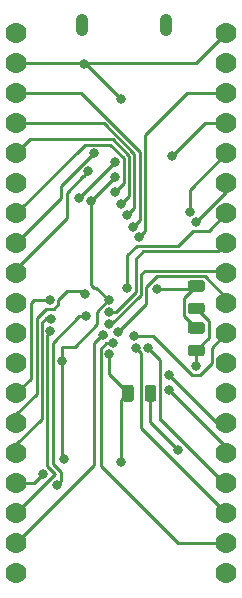
<source format=gbr>
%TF.GenerationSoftware,KiCad,Pcbnew,(5.1.10)-1*%
%TF.CreationDate,2022-01-04T20:26:20-05:00*%
%TF.ProjectId,STM32G441DevBoard,53544d33-3247-4343-9431-446576426f61,rev?*%
%TF.SameCoordinates,Original*%
%TF.FileFunction,Copper,L2,Bot*%
%TF.FilePolarity,Positive*%
%FSLAX46Y46*%
G04 Gerber Fmt 4.6, Leading zero omitted, Abs format (unit mm)*
G04 Created by KiCad (PCBNEW (5.1.10)-1) date 2022-01-04 20:26:20*
%MOMM*%
%LPD*%
G01*
G04 APERTURE LIST*
%TA.AperFunction,ComponentPad*%
%ADD10C,1.775000*%
%TD*%
%TA.AperFunction,ComponentPad*%
%ADD11O,1.050000X1.900000*%
%TD*%
%TA.AperFunction,ViaPad*%
%ADD12C,0.800000*%
%TD*%
%TA.AperFunction,Conductor*%
%ADD13C,0.250000*%
%TD*%
G04 APERTURE END LIST*
D10*
%TO.P,3v3,1*%
%TO.N,+3V3*%
X43942000Y-72390000D03*
%TD*%
%TO.P,C13,1*%
%TO.N,C13*%
X43942000Y-115570000D03*
%TD*%
D11*
%TO.P,J1,6*%
%TO.N,Net-(J1-Pad6)*%
X49511000Y-71698000D03*
X56661000Y-71698000D03*
%TD*%
D10*
%TO.P,GND,1*%
%TO.N,GND*%
X61722000Y-72390000D03*
%TD*%
%TO.P,GND,1*%
%TO.N,GND*%
X61722000Y-118110000D03*
%TD*%
%TO.P,GND,1*%
%TO.N,GND*%
X43942000Y-74930000D03*
%TD*%
%TO.P,C26,2*%
%TO.N,GND*%
%TA.AperFunction,SMDPad,CuDef*%
G36*
G01*
X54806000Y-103345000D02*
X54806000Y-102395000D01*
G75*
G02*
X55056000Y-102145000I250000J0D01*
G01*
X55556000Y-102145000D01*
G75*
G02*
X55806000Y-102395000I0J-250000D01*
G01*
X55806000Y-103345000D01*
G75*
G02*
X55556000Y-103595000I-250000J0D01*
G01*
X55056000Y-103595000D01*
G75*
G02*
X54806000Y-103345000I0J250000D01*
G01*
G37*
%TD.AperFunction*%
%TO.P,C26,1*%
%TO.N,NRST*%
%TA.AperFunction,SMDPad,CuDef*%
G36*
G01*
X52906000Y-103345000D02*
X52906000Y-102395000D01*
G75*
G02*
X53156000Y-102145000I250000J0D01*
G01*
X53656000Y-102145000D01*
G75*
G02*
X53906000Y-102395000I0J-250000D01*
G01*
X53906000Y-103345000D01*
G75*
G02*
X53656000Y-103595000I-250000J0D01*
G01*
X53156000Y-103595000D01*
G75*
G02*
X52906000Y-103345000I0J250000D01*
G01*
G37*
%TD.AperFunction*%
%TD*%
%TO.P,C14,2*%
%TO.N,GND*%
%TA.AperFunction,SMDPad,CuDef*%
G36*
G01*
X58707000Y-95192000D02*
X59657000Y-95192000D01*
G75*
G02*
X59907000Y-95442000I0J-250000D01*
G01*
X59907000Y-95942000D01*
G75*
G02*
X59657000Y-96192000I-250000J0D01*
G01*
X58707000Y-96192000D01*
G75*
G02*
X58457000Y-95942000I0J250000D01*
G01*
X58457000Y-95442000D01*
G75*
G02*
X58707000Y-95192000I250000J0D01*
G01*
G37*
%TD.AperFunction*%
%TO.P,C14,1*%
%TO.N,+3V3*%
%TA.AperFunction,SMDPad,CuDef*%
G36*
G01*
X58707000Y-93292000D02*
X59657000Y-93292000D01*
G75*
G02*
X59907000Y-93542000I0J-250000D01*
G01*
X59907000Y-94042000D01*
G75*
G02*
X59657000Y-94292000I-250000J0D01*
G01*
X58707000Y-94292000D01*
G75*
G02*
X58457000Y-94042000I0J250000D01*
G01*
X58457000Y-93542000D01*
G75*
G02*
X58707000Y-93292000I250000J0D01*
G01*
G37*
%TD.AperFunction*%
%TD*%
%TO.P,C11,2*%
%TO.N,GND*%
%TA.AperFunction,SMDPad,CuDef*%
G36*
G01*
X58707000Y-98748000D02*
X59657000Y-98748000D01*
G75*
G02*
X59907000Y-98998000I0J-250000D01*
G01*
X59907000Y-99498000D01*
G75*
G02*
X59657000Y-99748000I-250000J0D01*
G01*
X58707000Y-99748000D01*
G75*
G02*
X58457000Y-99498000I0J250000D01*
G01*
X58457000Y-98998000D01*
G75*
G02*
X58707000Y-98748000I250000J0D01*
G01*
G37*
%TD.AperFunction*%
%TO.P,C11,1*%
%TO.N,+3V3*%
%TA.AperFunction,SMDPad,CuDef*%
G36*
G01*
X58707000Y-96848000D02*
X59657000Y-96848000D01*
G75*
G02*
X59907000Y-97098000I0J-250000D01*
G01*
X59907000Y-97598000D01*
G75*
G02*
X59657000Y-97848000I-250000J0D01*
G01*
X58707000Y-97848000D01*
G75*
G02*
X58457000Y-97598000I0J250000D01*
G01*
X58457000Y-97098000D01*
G75*
G02*
X58707000Y-96848000I250000J0D01*
G01*
G37*
%TD.AperFunction*%
%TD*%
%TO.P,B15,1*%
%TO.N,B15*%
X43942000Y-77470000D03*
%TD*%
%TO.P,B14,1*%
%TO.N,B14*%
X61722000Y-77470000D03*
%TD*%
%TO.P,B13,1*%
%TO.N,B13*%
X61722000Y-80010000D03*
%TD*%
%TO.P,B12,1*%
%TO.N,B12*%
X61722000Y-82550000D03*
%TD*%
%TO.P,B11,1*%
%TO.N,B11*%
X61722000Y-85090000D03*
%TD*%
%TO.P,B10,1*%
%TO.N,B10*%
X61722000Y-87630000D03*
%TD*%
%TO.P,B9,1*%
%TO.N,B9*%
X43942000Y-85090000D03*
%TD*%
%TO.P,B7,1*%
%TO.N,B7*%
X43942000Y-113030000D03*
%TD*%
%TO.P,B6,1*%
%TO.N,B6*%
X43942000Y-110490000D03*
%TD*%
%TO.P,B5,1*%
%TO.N,B5*%
X43942000Y-107950000D03*
%TD*%
%TO.P,B4,1*%
%TO.N,B4*%
X43942000Y-105410000D03*
%TD*%
%TO.P,B3,1*%
%TO.N,B3*%
X43942000Y-102870000D03*
%TD*%
%TO.P,B2,1*%
%TO.N,B2*%
X61722000Y-90170000D03*
%TD*%
%TO.P,B1,1*%
%TO.N,B1*%
X61722000Y-92710000D03*
%TD*%
%TO.P,B0,1*%
%TO.N,B0*%
X61722000Y-95250000D03*
%TD*%
%TO.P,A15,1*%
%TO.N,A15*%
X43942000Y-100330000D03*
%TD*%
%TO.P,A14,1*%
%TO.N,A14*%
X43942000Y-97790000D03*
%TD*%
%TO.P,A13,1*%
%TO.N,A13*%
X43942000Y-95250000D03*
%TD*%
%TO.P,A12,1*%
%TO.N,A12*%
X43942000Y-92710000D03*
%TD*%
%TO.P,A11,1*%
%TO.N,A11*%
X43942000Y-90170000D03*
%TD*%
%TO.P,A10,1*%
%TO.N,A10*%
X43942000Y-87630000D03*
%TD*%
%TO.P,A9,1*%
%TO.N,A9*%
X43942000Y-82550000D03*
%TD*%
%TO.P,A8,1*%
%TO.N,A8*%
X43942000Y-80010000D03*
%TD*%
%TO.P,A7,1*%
%TO.N,A7*%
X61722000Y-97790000D03*
%TD*%
%TO.P,A6,1*%
%TO.N,A6*%
X61722000Y-100330000D03*
%TD*%
%TO.P,A5,1*%
%TO.N,A5*%
X61722000Y-102870000D03*
%TD*%
%TO.P,A4,1*%
%TO.N,A4*%
X61722000Y-105410000D03*
%TD*%
%TO.P,A3,1*%
%TO.N,A3*%
X61722000Y-107950000D03*
%TD*%
%TO.P,A2,1*%
%TO.N,A2*%
X61722000Y-110490000D03*
%TD*%
%TO.P,A1,1*%
%TO.N,A1*%
X61722000Y-113030000D03*
%TD*%
%TO.P,A0,1*%
%TO.N,A0*%
X61722000Y-115570000D03*
%TD*%
%TO.P,5V,1*%
%TO.N,+5V*%
X61722000Y-74930000D03*
%TD*%
%TO.P,3v3,1*%
%TO.N,+3V3*%
X43942000Y-118110000D03*
%TD*%
D12*
%TO.N,+3V3*%
X52324000Y-83312000D03*
X49276000Y-86360000D03*
X55880000Y-94045001D03*
%TO.N,A0*%
X52132228Y-98619315D03*
%TO.N,A1*%
X54069007Y-99020616D03*
%TO.N,A2*%
X55102003Y-99060000D03*
%TO.N,A3*%
X56896000Y-102616000D03*
%TO.N,A4*%
X56896000Y-101346000D03*
%TO.N,A7*%
X53872988Y-98019011D03*
%TO.N,A8*%
X53307000Y-87807037D03*
%TO.N,A9*%
X52806999Y-86868000D03*
%TO.N,A10*%
X52307000Y-85852000D03*
%TO.N,A11*%
X50546000Y-82550000D03*
%TO.N,A12*%
X50042653Y-84078653D03*
%TO.N,B0*%
X52569076Y-97719778D03*
%TO.N,B1*%
X51816000Y-97028000D03*
%TO.N,B2*%
X51816000Y-96012000D03*
%TO.N,B3*%
X46779521Y-94996000D03*
%TO.N,B4*%
X49784000Y-94488000D03*
%TO.N,B5*%
X46848379Y-96588858D03*
%TO.N,B6*%
X49850938Y-96359499D03*
X47375653Y-110621653D03*
X46218694Y-109728000D03*
%TO.N,B7*%
X46837020Y-97588795D03*
%TO.N,B10*%
X53340000Y-93980000D03*
%TO.N,B11*%
X59182000Y-88392000D03*
%TO.N,B12*%
X58627299Y-87559949D03*
%TO.N,B13*%
X57150000Y-82804000D03*
%TO.N,B14*%
X54307001Y-89664952D03*
%TO.N,B15*%
X53807000Y-88753208D03*
%TO.N,GND*%
X59182000Y-100584000D03*
X52832000Y-77978000D03*
X50292000Y-86614000D03*
X57658000Y-107696000D03*
X52324000Y-84582000D03*
X51779000Y-95012683D03*
X47841347Y-100165347D03*
X48006000Y-108458000D03*
X49694979Y-74990587D03*
%TO.N,NRST*%
X51816000Y-99568000D03*
X52832000Y-108712000D03*
%TO.N,C13*%
X51269362Y-97958021D03*
%TD*%
D13*
%TO.N,+3V3*%
X52324000Y-83312000D02*
X49276000Y-86360000D01*
X58131990Y-94842010D02*
X59182000Y-93792000D01*
X58131990Y-96297990D02*
X58131990Y-94842010D01*
X59182000Y-97348000D02*
X58131990Y-96297990D01*
X58928999Y-94045001D02*
X59182000Y-93792000D01*
X55880000Y-94045001D02*
X58928999Y-94045001D01*
%TO.N,A0*%
X51566543Y-98619315D02*
X52132228Y-98619315D01*
X51090999Y-99094859D02*
X51566543Y-98619315D01*
X51090999Y-109002999D02*
X51090999Y-99094859D01*
X57658000Y-115570000D02*
X51090999Y-109002999D01*
X61722000Y-115570000D02*
X57658000Y-115570000D01*
%TO.N,A1*%
X54469006Y-99420615D02*
X54469006Y-105777006D01*
X54469006Y-105777006D02*
X61722000Y-113030000D01*
X54069007Y-99020616D02*
X54469006Y-99420615D01*
%TO.N,A2*%
X56131010Y-100089007D02*
X56131010Y-105153010D01*
X55102003Y-99060000D02*
X56131010Y-100089007D01*
X61525002Y-110490000D02*
X61722000Y-110490000D01*
X56188012Y-105153010D02*
X61525002Y-110490000D01*
X56131010Y-105153010D02*
X56188012Y-105153010D01*
%TO.N,A3*%
X61722000Y-107442000D02*
X61722000Y-107950000D01*
X56896000Y-102616000D02*
X61722000Y-107442000D01*
%TO.N,A4*%
X60960000Y-105410000D02*
X61722000Y-105410000D01*
X56896000Y-101346000D02*
X60960000Y-105410000D01*
%TO.N,A7*%
X60509499Y-99002501D02*
X61722000Y-97790000D01*
X58833999Y-101309001D02*
X59530001Y-101309001D01*
X60509499Y-100329503D02*
X60509499Y-99002501D01*
X59530001Y-101309001D02*
X60509499Y-100329503D01*
X55544009Y-98019011D02*
X53872988Y-98019011D01*
X58833999Y-101309001D02*
X55544009Y-98019011D01*
%TO.N,A8*%
X51367822Y-80010000D02*
X43942000Y-80010000D01*
X53949020Y-82591198D02*
X51367822Y-80010000D01*
X53949020Y-87165017D02*
X53949020Y-82591198D01*
X53307000Y-87807037D02*
X53949020Y-87165017D01*
%TO.N,A9*%
X45117011Y-81374989D02*
X43942000Y-82550000D01*
X52096401Y-81374989D02*
X45117011Y-81374989D01*
X53499010Y-86175989D02*
X53499010Y-82777598D01*
X53499010Y-82777598D02*
X52096401Y-81374989D01*
X52806999Y-86868000D02*
X53499010Y-86175989D01*
%TO.N,A10*%
X49747001Y-81824999D02*
X43942000Y-87630000D01*
X51910001Y-81824999D02*
X49747001Y-81824999D01*
X53049001Y-82963999D02*
X51910001Y-81824999D01*
X53049001Y-85109999D02*
X53049001Y-82963999D01*
X52307000Y-85852000D02*
X53049001Y-85109999D01*
%TO.N,A11*%
X50546000Y-82550000D02*
X47752000Y-85344000D01*
X47752000Y-86360000D02*
X43942000Y-90170000D01*
X47752000Y-85344000D02*
X47752000Y-86360000D01*
%TO.N,A12*%
X50042653Y-84078653D02*
X49642654Y-84478652D01*
X48202010Y-88067580D02*
X43942000Y-92327590D01*
X48202010Y-85909990D02*
X48202010Y-88067580D01*
X49633348Y-84478652D02*
X48202010Y-85909990D01*
X43942000Y-92327590D02*
X43942000Y-92710000D01*
X49642654Y-84478652D02*
X49633348Y-84478652D01*
%TO.N,B0*%
X59895180Y-92966990D02*
X61722000Y-94793810D01*
X55885009Y-92966990D02*
X59895180Y-92966990D01*
X61722000Y-94793810D02*
X61722000Y-95250000D01*
X54965020Y-93886979D02*
X55885009Y-92966990D01*
X54965020Y-95323834D02*
X54965020Y-93886979D01*
X52569076Y-97719778D02*
X54965020Y-95323834D01*
%TO.N,B1*%
X52001412Y-97028000D02*
X51816000Y-97028000D01*
X54515010Y-94514402D02*
X52001412Y-97028000D01*
X54515011Y-92804989D02*
X54515010Y-94514402D01*
X54803020Y-92516980D02*
X54515011Y-92804989D01*
X61528980Y-92516980D02*
X54803020Y-92516980D01*
X61722000Y-92710000D02*
X61528980Y-92516980D01*
%TO.N,B2*%
X61722000Y-90170000D02*
X61052037Y-90839963D01*
X61052037Y-90839963D02*
X54702037Y-90839963D01*
X54702037Y-90839963D02*
X54065001Y-91476999D01*
X52381002Y-96012000D02*
X51816000Y-96012000D01*
X54065001Y-94328001D02*
X52381002Y-96012000D01*
X54065001Y-91476999D02*
X54065001Y-94328001D01*
%TO.N,B3*%
X45154501Y-101657499D02*
X43942000Y-102870000D01*
X45154501Y-100387499D02*
X45154501Y-101657499D01*
X45212000Y-100330000D02*
X45154501Y-100387499D01*
X45212000Y-95250000D02*
X45212000Y-100330000D01*
X45466000Y-94996000D02*
X45212000Y-95250000D01*
X46779521Y-94996000D02*
X45466000Y-94996000D01*
%TO.N,B4*%
X43942000Y-104664502D02*
X43942000Y-105410000D01*
X45662010Y-102944492D02*
X43942000Y-104664502D01*
X45662010Y-96503992D02*
X45662010Y-102944492D01*
X46445001Y-95721001D02*
X45662010Y-96503992D01*
X47504522Y-94989478D02*
X47504522Y-95344001D01*
X48260000Y-94234000D02*
X47504522Y-94989478D01*
X47127522Y-95721001D02*
X46445001Y-95721001D01*
X47504522Y-95344001D02*
X47127522Y-95721001D01*
X49784000Y-94234000D02*
X48260000Y-94234000D01*
%TO.N,B5*%
X46779521Y-96520000D02*
X46848379Y-96588858D01*
X46482000Y-96520000D02*
X46779521Y-96520000D01*
X46112020Y-96889980D02*
X46482000Y-96520000D01*
X46112020Y-105034482D02*
X46112020Y-96889980D01*
X43942000Y-107204502D02*
X46112020Y-105034482D01*
X43942000Y-107950000D02*
X43942000Y-107204502D01*
%TO.N,B6*%
X49285253Y-96359499D02*
X47012040Y-98632712D01*
X49850938Y-96359499D02*
X49285253Y-96359499D01*
X47694009Y-110303297D02*
X47375653Y-110621653D01*
X47694009Y-109541599D02*
X47694009Y-110303297D01*
X47012040Y-108859630D02*
X47694009Y-109541599D01*
X47012040Y-98632712D02*
X47012040Y-108859630D01*
X45456694Y-110490000D02*
X43942000Y-110490000D01*
X46218694Y-109728000D02*
X45456694Y-110490000D01*
%TO.N,B7*%
X46837020Y-97688980D02*
X46837020Y-97588795D01*
X46562030Y-97963970D02*
X46837020Y-97688980D01*
X46562030Y-109046030D02*
X46562030Y-97963970D01*
X47244000Y-109728000D02*
X46562030Y-109046030D01*
X43942000Y-113030000D02*
X47244000Y-109728000D01*
%TO.N,B10*%
X60234999Y-89117001D02*
X61722000Y-87630000D01*
X58873727Y-89117001D02*
X60234999Y-89117001D01*
X57600775Y-90389953D02*
X58873727Y-89117001D01*
X54136047Y-90389953D02*
X57600775Y-90389953D01*
X53340000Y-91186000D02*
X54136047Y-90389953D01*
X53340000Y-93980000D02*
X53340000Y-91186000D01*
%TO.N,B11*%
X61722000Y-85852000D02*
X61722000Y-85090000D01*
X59182000Y-88392000D02*
X61722000Y-85852000D01*
%TO.N,B12*%
X58627299Y-85644701D02*
X61722000Y-82550000D01*
X58627299Y-87559949D02*
X58627299Y-85644701D01*
%TO.N,B13*%
X59944000Y-80010000D02*
X61722000Y-80010000D01*
X57150000Y-82804000D02*
X59944000Y-80010000D01*
%TO.N,B14*%
X54849038Y-89122915D02*
X54849038Y-81040962D01*
X54307001Y-89664952D02*
X54849038Y-89122915D01*
X58420000Y-77470000D02*
X61722000Y-77470000D01*
X54849038Y-81040962D02*
X58420000Y-77470000D01*
%TO.N,B15*%
X49464232Y-77470000D02*
X43942000Y-77470000D01*
X54399029Y-82404797D02*
X49464232Y-77470000D01*
X54399030Y-88161178D02*
X54399029Y-82404797D01*
X53807000Y-88753208D02*
X54399030Y-88161178D01*
%TO.N,GND*%
X59182000Y-100584000D02*
X59182000Y-99248000D01*
X60232010Y-96742010D02*
X59182000Y-95692000D01*
X60232010Y-98197990D02*
X60232010Y-96742010D01*
X59182000Y-99248000D02*
X60232010Y-98197990D01*
X52832000Y-77978000D02*
X49784000Y-74930000D01*
X55306000Y-105344000D02*
X57658000Y-107696000D01*
X55306000Y-102870000D02*
X55306000Y-105344000D01*
X50292000Y-86614000D02*
X52324000Y-84582000D01*
X50292000Y-86614000D02*
X50292000Y-93726000D01*
X50482902Y-93916902D02*
X50292000Y-93726000D01*
X50683219Y-93916902D02*
X50482902Y-93916902D01*
X51779000Y-95012683D02*
X50683219Y-93916902D01*
X47841347Y-98950336D02*
X47841347Y-100165347D01*
X47841347Y-98950336D02*
X48877664Y-98950336D01*
X48877664Y-98950336D02*
X50800000Y-97028000D01*
X51742315Y-95012683D02*
X51779000Y-95012683D01*
X50800000Y-95954998D02*
X51742315Y-95012683D01*
X50800000Y-97028000D02*
X50800000Y-95954998D01*
X47841347Y-108293347D02*
X48006000Y-108458000D01*
X47841347Y-100165347D02*
X47841347Y-108293347D01*
X59182000Y-74930000D02*
X61722000Y-72390000D01*
X48514000Y-74930000D02*
X59182000Y-74930000D01*
X49784000Y-74930000D02*
X48514000Y-74930000D01*
X48514000Y-74930000D02*
X43942000Y-74930000D01*
%TO.N,NRST*%
X51816000Y-101280000D02*
X53406000Y-102870000D01*
X51816000Y-99568000D02*
X51816000Y-101280000D01*
X52832000Y-103444000D02*
X53406000Y-102870000D01*
X52832000Y-108712000D02*
X52832000Y-103444000D01*
%TO.N,C13*%
X50546000Y-108966000D02*
X43942000Y-115570000D01*
X50546000Y-98614552D02*
X50546000Y-108966000D01*
X51116552Y-98044000D02*
X50546000Y-98614552D01*
X51562000Y-98044000D02*
X51116552Y-98044000D01*
%TD*%
M02*

</source>
